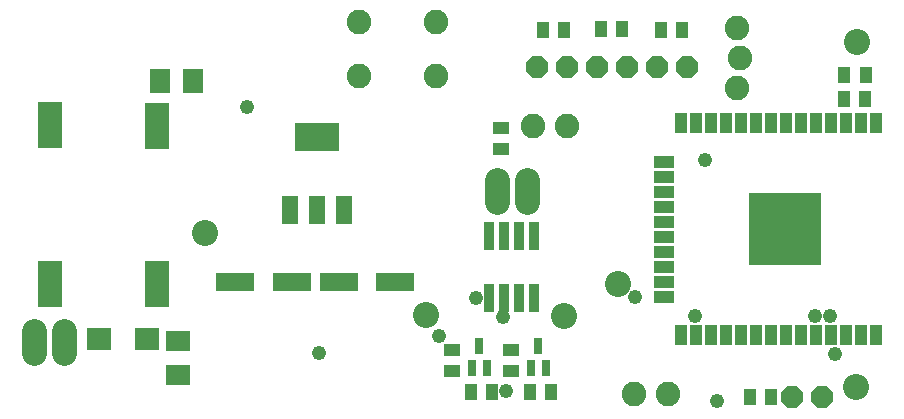
<source format=gts>
G75*
%MOIN*%
%OFA0B0*%
%FSLAX25Y25*%
%IPPOS*%
%LPD*%
%AMOC8*
5,1,8,0,0,1.08239X$1,22.5*
%
%ADD10R,0.08400X0.15800*%
%ADD11R,0.03200X0.09500*%
%ADD12R,0.04343X0.06706*%
%ADD13R,0.06706X0.04343*%
%ADD14R,0.24422X0.24422*%
%ADD15R,0.07887X0.07493*%
%ADD16C,0.08200*%
%ADD17C,0.08200*%
%ADD18R,0.07898X0.07099*%
%ADD19R,0.07099X0.07898*%
%ADD20R,0.03950X0.05524*%
%ADD21R,0.05600X0.09600*%
%ADD22R,0.14973X0.09461*%
%ADD23R,0.12611X0.06312*%
%ADD24R,0.05524X0.03950*%
%ADD25R,0.02600X0.05400*%
%ADD26OC8,0.07400*%
%ADD27C,0.08674*%
%ADD28C,0.04800*%
D10*
X0028547Y0060476D03*
X0063980Y0060476D03*
X0064177Y0113390D03*
X0028547Y0113626D03*
D11*
X0174945Y0076564D03*
X0179945Y0076564D03*
X0184945Y0076564D03*
X0189945Y0076564D03*
X0189945Y0055964D03*
X0184945Y0055964D03*
X0179945Y0055964D03*
X0174945Y0055964D03*
D12*
X0238862Y0043469D03*
X0243862Y0043469D03*
X0248862Y0043469D03*
X0253862Y0043469D03*
X0258862Y0043469D03*
X0263862Y0043469D03*
X0268862Y0043469D03*
X0273862Y0043469D03*
X0278862Y0043469D03*
X0283862Y0043469D03*
X0288862Y0043469D03*
X0293862Y0043469D03*
X0298862Y0043469D03*
X0303862Y0043469D03*
X0303862Y0114335D03*
X0298862Y0114335D03*
X0293862Y0114335D03*
X0288862Y0114335D03*
X0283862Y0114335D03*
X0278862Y0114335D03*
X0273862Y0114335D03*
X0268862Y0114335D03*
X0263862Y0114335D03*
X0258862Y0114335D03*
X0253862Y0114335D03*
X0248862Y0114335D03*
X0243862Y0114335D03*
X0238862Y0114335D03*
D13*
X0232996Y0101402D03*
X0232996Y0096402D03*
X0232996Y0091402D03*
X0232996Y0086402D03*
X0232996Y0081402D03*
X0232996Y0076402D03*
X0232996Y0071402D03*
X0232996Y0066402D03*
X0232996Y0061402D03*
X0232996Y0056402D03*
D14*
X0273547Y0078902D03*
D15*
X0060909Y0042366D03*
X0044768Y0042366D03*
D16*
X0033075Y0045043D02*
X0033075Y0037643D01*
X0023075Y0037643D02*
X0023075Y0045043D01*
X0177484Y0087957D02*
X0177484Y0095357D01*
X0187484Y0095357D02*
X0187484Y0087957D01*
D17*
X0189383Y0113311D03*
X0200783Y0113311D03*
X0157213Y0130002D03*
X0131613Y0130002D03*
X0131613Y0147802D03*
X0157213Y0147802D03*
X0257614Y0145831D03*
X0258614Y0135831D03*
X0257614Y0125831D03*
X0234562Y0023823D03*
X0223162Y0023823D03*
D18*
X0071264Y0030311D03*
X0071264Y0041508D03*
D19*
X0076232Y0128154D03*
X0065035Y0128154D03*
D20*
X0192839Y0145201D03*
X0199925Y0145201D03*
X0212130Y0145594D03*
X0219217Y0145594D03*
X0232209Y0145201D03*
X0239295Y0145201D03*
X0293232Y0130240D03*
X0300319Y0130240D03*
X0300240Y0122248D03*
X0293154Y0122248D03*
X0195594Y0024728D03*
X0188508Y0024728D03*
X0175909Y0024728D03*
X0168823Y0024728D03*
X0261736Y0022760D03*
X0268823Y0022760D03*
D21*
X0126584Y0085166D03*
X0117484Y0085166D03*
X0108384Y0085166D03*
D22*
X0117484Y0109567D03*
D23*
X0124728Y0061343D03*
X0108980Y0061343D03*
X0090083Y0061343D03*
X0143626Y0061343D03*
D24*
X0162524Y0038508D03*
X0162524Y0031421D03*
X0182209Y0031421D03*
X0182209Y0038508D03*
X0178665Y0105437D03*
X0178665Y0112524D03*
D25*
X0171579Y0039846D03*
X0174179Y0032446D03*
X0168979Y0032446D03*
X0188664Y0032446D03*
X0193864Y0032446D03*
X0191264Y0039846D03*
D26*
X0275791Y0022917D03*
X0285791Y0022917D03*
X0240791Y0132917D03*
X0230791Y0132917D03*
X0220791Y0132917D03*
X0210791Y0132917D03*
X0200791Y0132917D03*
X0190791Y0132917D03*
D27*
X0297563Y0141264D03*
X0217642Y0060555D03*
X0199925Y0049925D03*
X0153862Y0050319D03*
X0080240Y0077484D03*
X0297169Y0026303D03*
D28*
X0290024Y0037417D03*
X0288524Y0049917D03*
X0283524Y0049917D03*
X0243524Y0049917D03*
X0223524Y0056417D03*
X0179453Y0049531D03*
X0170524Y0055917D03*
X0158024Y0043417D03*
X0180524Y0024917D03*
X0118035Y0037720D03*
X0250713Y0021579D03*
X0246776Y0101894D03*
X0094020Y0119610D03*
M02*

</source>
